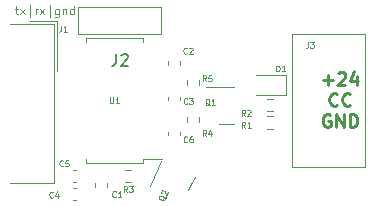
<source format=gbr>
%TF.GenerationSoftware,KiCad,Pcbnew,6.0.2+dfsg-1*%
%TF.CreationDate,2025-02-22T18:35:08+01:00*%
%TF.ProjectId,RS232-to-CCtalk-converter,52533233-322d-4746-9f2d-434374616c6b,rev?*%
%TF.SameCoordinates,Original*%
%TF.FileFunction,Legend,Top*%
%TF.FilePolarity,Positive*%
%FSLAX46Y46*%
G04 Gerber Fmt 4.6, Leading zero omitted, Abs format (unit mm)*
G04 Created by KiCad (PCBNEW 6.0.2+dfsg-1) date 2025-02-22 18:35:08*
%MOMM*%
%LPD*%
G01*
G04 APERTURE LIST*
%ADD10C,0.125000*%
%ADD11C,0.250000*%
%ADD12C,0.150000*%
%ADD13C,0.120000*%
G04 APERTURE END LIST*
D10*
X105066666Y-85950000D02*
X105333333Y-85950000D01*
X105166666Y-85716666D02*
X105166666Y-86316666D01*
X105200000Y-86383333D01*
X105266666Y-86416666D01*
X105333333Y-86416666D01*
X105500000Y-86416666D02*
X105866666Y-85950000D01*
X105500000Y-85950000D02*
X105866666Y-86416666D01*
X106300000Y-86650000D02*
X106300000Y-85650000D01*
X106800000Y-86416666D02*
X106800000Y-85950000D01*
X106800000Y-86083333D02*
X106833333Y-86016666D01*
X106866666Y-85983333D01*
X106933333Y-85950000D01*
X107000000Y-85950000D01*
X107166666Y-86416666D02*
X107533333Y-85950000D01*
X107166666Y-85950000D02*
X107533333Y-86416666D01*
X107966666Y-86650000D02*
X107966666Y-85650000D01*
X108766666Y-85950000D02*
X108766666Y-86516666D01*
X108733333Y-86583333D01*
X108700000Y-86616666D01*
X108633333Y-86650000D01*
X108533333Y-86650000D01*
X108466666Y-86616666D01*
X108766666Y-86383333D02*
X108700000Y-86416666D01*
X108566666Y-86416666D01*
X108500000Y-86383333D01*
X108466666Y-86350000D01*
X108433333Y-86283333D01*
X108433333Y-86083333D01*
X108466666Y-86016666D01*
X108500000Y-85983333D01*
X108566666Y-85950000D01*
X108700000Y-85950000D01*
X108766666Y-85983333D01*
X109100000Y-85950000D02*
X109100000Y-86416666D01*
X109100000Y-86016666D02*
X109133333Y-85983333D01*
X109200000Y-85950000D01*
X109300000Y-85950000D01*
X109366666Y-85983333D01*
X109400000Y-86050000D01*
X109400000Y-86416666D01*
X110033333Y-86416666D02*
X110033333Y-85716666D01*
X110033333Y-86383333D02*
X109966666Y-86416666D01*
X109833333Y-86416666D01*
X109766666Y-86383333D01*
X109733333Y-86350000D01*
X109700000Y-86283333D01*
X109700000Y-86083333D01*
X109733333Y-86016666D01*
X109766666Y-85983333D01*
X109833333Y-85950000D01*
X109966666Y-85950000D01*
X110033333Y-85983333D01*
D11*
X131083333Y-91982571D02*
X131921428Y-91982571D01*
X131502380Y-92401619D02*
X131502380Y-91563523D01*
X132392857Y-91406380D02*
X132445238Y-91354000D01*
X132550000Y-91301619D01*
X132811904Y-91301619D01*
X132916666Y-91354000D01*
X132969047Y-91406380D01*
X133021428Y-91511142D01*
X133021428Y-91615904D01*
X132969047Y-91773047D01*
X132340476Y-92401619D01*
X133021428Y-92401619D01*
X133964285Y-91668285D02*
X133964285Y-92401619D01*
X133702380Y-91249238D02*
X133440476Y-92034952D01*
X134121428Y-92034952D01*
X132340476Y-94067857D02*
X132288095Y-94120238D01*
X132130952Y-94172619D01*
X132026190Y-94172619D01*
X131869047Y-94120238D01*
X131764285Y-94015476D01*
X131711904Y-93910714D01*
X131659523Y-93701190D01*
X131659523Y-93544047D01*
X131711904Y-93334523D01*
X131764285Y-93229761D01*
X131869047Y-93125000D01*
X132026190Y-93072619D01*
X132130952Y-93072619D01*
X132288095Y-93125000D01*
X132340476Y-93177380D01*
X133440476Y-94067857D02*
X133388095Y-94120238D01*
X133230952Y-94172619D01*
X133126190Y-94172619D01*
X132969047Y-94120238D01*
X132864285Y-94015476D01*
X132811904Y-93910714D01*
X132759523Y-93701190D01*
X132759523Y-93544047D01*
X132811904Y-93334523D01*
X132864285Y-93229761D01*
X132969047Y-93125000D01*
X133126190Y-93072619D01*
X133230952Y-93072619D01*
X133388095Y-93125000D01*
X133440476Y-93177380D01*
X131711904Y-94896000D02*
X131607142Y-94843619D01*
X131450000Y-94843619D01*
X131292857Y-94896000D01*
X131188095Y-95000761D01*
X131135714Y-95105523D01*
X131083333Y-95315047D01*
X131083333Y-95472190D01*
X131135714Y-95681714D01*
X131188095Y-95786476D01*
X131292857Y-95891238D01*
X131450000Y-95943619D01*
X131554761Y-95943619D01*
X131711904Y-95891238D01*
X131764285Y-95838857D01*
X131764285Y-95472190D01*
X131554761Y-95472190D01*
X132235714Y-95943619D02*
X132235714Y-94843619D01*
X132864285Y-95943619D01*
X132864285Y-94843619D01*
X133388095Y-95943619D02*
X133388095Y-94843619D01*
X133650000Y-94843619D01*
X133807142Y-94896000D01*
X133911904Y-95000761D01*
X133964285Y-95105523D01*
X134016666Y-95315047D01*
X134016666Y-95472190D01*
X133964285Y-95681714D01*
X133911904Y-95786476D01*
X133807142Y-95891238D01*
X133650000Y-95943619D01*
X133388095Y-95943619D01*
D10*
%TO.C,C4*%
X108266666Y-101877371D02*
X108242857Y-101901180D01*
X108171428Y-101924990D01*
X108123809Y-101924990D01*
X108052380Y-101901180D01*
X108004761Y-101853561D01*
X107980952Y-101805942D01*
X107957142Y-101710704D01*
X107957142Y-101639276D01*
X107980952Y-101544038D01*
X108004761Y-101496419D01*
X108052380Y-101448800D01*
X108123809Y-101424990D01*
X108171428Y-101424990D01*
X108242857Y-101448800D01*
X108266666Y-101472609D01*
X108695238Y-101591657D02*
X108695238Y-101924990D01*
X108576190Y-101401180D02*
X108457142Y-101758323D01*
X108766666Y-101758323D01*
D12*
%TO.C,J2*%
X113591666Y-89777380D02*
X113591666Y-90491666D01*
X113544047Y-90634523D01*
X113448809Y-90729761D01*
X113305952Y-90777380D01*
X113210714Y-90777380D01*
X114020238Y-89872619D02*
X114067857Y-89825000D01*
X114163095Y-89777380D01*
X114401190Y-89777380D01*
X114496428Y-89825000D01*
X114544047Y-89872619D01*
X114591666Y-89967857D01*
X114591666Y-90063095D01*
X114544047Y-90205952D01*
X113972619Y-90777380D01*
X114591666Y-90777380D01*
D10*
%TO.C,R2*%
X124522266Y-95001190D02*
X124355600Y-94763095D01*
X124236552Y-95001190D02*
X124236552Y-94501190D01*
X124427028Y-94501190D01*
X124474647Y-94525000D01*
X124498457Y-94548809D01*
X124522266Y-94596428D01*
X124522266Y-94667857D01*
X124498457Y-94715476D01*
X124474647Y-94739285D01*
X124427028Y-94763095D01*
X124236552Y-94763095D01*
X124712742Y-94548809D02*
X124736552Y-94525000D01*
X124784171Y-94501190D01*
X124903219Y-94501190D01*
X124950838Y-94525000D01*
X124974647Y-94548809D01*
X124998457Y-94596428D01*
X124998457Y-94644047D01*
X124974647Y-94715476D01*
X124688933Y-95001190D01*
X124998457Y-95001190D01*
%TO.C,C2*%
X119600266Y-89703571D02*
X119576457Y-89727380D01*
X119505028Y-89751190D01*
X119457409Y-89751190D01*
X119385980Y-89727380D01*
X119338361Y-89679761D01*
X119314552Y-89632142D01*
X119290742Y-89536904D01*
X119290742Y-89465476D01*
X119314552Y-89370238D01*
X119338361Y-89322619D01*
X119385980Y-89275000D01*
X119457409Y-89251190D01*
X119505028Y-89251190D01*
X119576457Y-89275000D01*
X119600266Y-89298809D01*
X119790742Y-89298809D02*
X119814552Y-89275000D01*
X119862171Y-89251190D01*
X119981219Y-89251190D01*
X120028838Y-89275000D01*
X120052647Y-89298809D01*
X120076457Y-89346428D01*
X120076457Y-89394047D01*
X120052647Y-89465476D01*
X119766933Y-89751190D01*
X120076457Y-89751190D01*
%TO.C,R4*%
X121216666Y-96701190D02*
X121050000Y-96463095D01*
X120930952Y-96701190D02*
X120930952Y-96201190D01*
X121121428Y-96201190D01*
X121169047Y-96225000D01*
X121192857Y-96248809D01*
X121216666Y-96296428D01*
X121216666Y-96367857D01*
X121192857Y-96415476D01*
X121169047Y-96439285D01*
X121121428Y-96463095D01*
X120930952Y-96463095D01*
X121645238Y-96367857D02*
X121645238Y-96701190D01*
X121526190Y-96177380D02*
X121407142Y-96534523D01*
X121716666Y-96534523D01*
%TO.C,R1*%
X124541666Y-96001190D02*
X124375000Y-95763095D01*
X124255952Y-96001190D02*
X124255952Y-95501190D01*
X124446428Y-95501190D01*
X124494047Y-95525000D01*
X124517857Y-95548809D01*
X124541666Y-95596428D01*
X124541666Y-95667857D01*
X124517857Y-95715476D01*
X124494047Y-95739285D01*
X124446428Y-95763095D01*
X124255952Y-95763095D01*
X125017857Y-96001190D02*
X124732142Y-96001190D01*
X124875000Y-96001190D02*
X124875000Y-95501190D01*
X124827380Y-95572619D01*
X124779761Y-95620238D01*
X124732142Y-95644047D01*
%TO.C,Q1*%
X121527380Y-94123809D02*
X121479761Y-94100000D01*
X121432142Y-94052380D01*
X121360714Y-93980952D01*
X121313095Y-93957142D01*
X121265476Y-93957142D01*
X121289285Y-94076190D02*
X121241666Y-94052380D01*
X121194047Y-94004761D01*
X121170238Y-93909523D01*
X121170238Y-93742857D01*
X121194047Y-93647619D01*
X121241666Y-93600000D01*
X121289285Y-93576190D01*
X121384523Y-93576190D01*
X121432142Y-93600000D01*
X121479761Y-93647619D01*
X121503571Y-93742857D01*
X121503571Y-93909523D01*
X121479761Y-94004761D01*
X121432142Y-94052380D01*
X121384523Y-94076190D01*
X121289285Y-94076190D01*
X121979761Y-94076190D02*
X121694047Y-94076190D01*
X121836904Y-94076190D02*
X121836904Y-93576190D01*
X121789285Y-93647619D01*
X121741666Y-93695238D01*
X121694047Y-93719047D01*
%TO.C,R5*%
X121216666Y-92076190D02*
X121050000Y-91838095D01*
X120930952Y-92076190D02*
X120930952Y-91576190D01*
X121121428Y-91576190D01*
X121169047Y-91600000D01*
X121192857Y-91623809D01*
X121216666Y-91671428D01*
X121216666Y-91742857D01*
X121192857Y-91790476D01*
X121169047Y-91814285D01*
X121121428Y-91838095D01*
X120930952Y-91838095D01*
X121669047Y-91576190D02*
X121430952Y-91576190D01*
X121407142Y-91814285D01*
X121430952Y-91790476D01*
X121478571Y-91766666D01*
X121597619Y-91766666D01*
X121645238Y-91790476D01*
X121669047Y-91814285D01*
X121692857Y-91861904D01*
X121692857Y-91980952D01*
X121669047Y-92028571D01*
X121645238Y-92052380D01*
X121597619Y-92076190D01*
X121478571Y-92076190D01*
X121430952Y-92052380D01*
X121407142Y-92028571D01*
%TO.C,C3*%
X119616666Y-93953571D02*
X119592857Y-93977380D01*
X119521428Y-94001190D01*
X119473809Y-94001190D01*
X119402380Y-93977380D01*
X119354761Y-93929761D01*
X119330952Y-93882142D01*
X119307142Y-93786904D01*
X119307142Y-93715476D01*
X119330952Y-93620238D01*
X119354761Y-93572619D01*
X119402380Y-93525000D01*
X119473809Y-93501190D01*
X119521428Y-93501190D01*
X119592857Y-93525000D01*
X119616666Y-93548809D01*
X119783333Y-93501190D02*
X120092857Y-93501190D01*
X119926190Y-93691666D01*
X119997619Y-93691666D01*
X120045238Y-93715476D01*
X120069047Y-93739285D01*
X120092857Y-93786904D01*
X120092857Y-93905952D01*
X120069047Y-93953571D01*
X120045238Y-93977380D01*
X119997619Y-94001190D01*
X119854761Y-94001190D01*
X119807142Y-93977380D01*
X119783333Y-93953571D01*
%TO.C,D1*%
X127162752Y-91245190D02*
X127162752Y-90745190D01*
X127281800Y-90745190D01*
X127353228Y-90769000D01*
X127400847Y-90816619D01*
X127424657Y-90864238D01*
X127448466Y-90959476D01*
X127448466Y-91030904D01*
X127424657Y-91126142D01*
X127400847Y-91173761D01*
X127353228Y-91221380D01*
X127281800Y-91245190D01*
X127162752Y-91245190D01*
X127924657Y-91245190D02*
X127638942Y-91245190D01*
X127781800Y-91245190D02*
X127781800Y-90745190D01*
X127734180Y-90816619D01*
X127686561Y-90864238D01*
X127638942Y-90888047D01*
%TO.C,J1*%
X108933333Y-87376190D02*
X108933333Y-87733333D01*
X108909523Y-87804761D01*
X108861904Y-87852380D01*
X108790476Y-87876190D01*
X108742857Y-87876190D01*
X109433333Y-87876190D02*
X109147619Y-87876190D01*
X109290476Y-87876190D02*
X109290476Y-87376190D01*
X109242857Y-87447619D01*
X109195238Y-87495238D01*
X109147619Y-87519047D01*
%TO.C,R3*%
X114525666Y-101451190D02*
X114359000Y-101213095D01*
X114239952Y-101451190D02*
X114239952Y-100951190D01*
X114430428Y-100951190D01*
X114478047Y-100975000D01*
X114501857Y-100998809D01*
X114525666Y-101046428D01*
X114525666Y-101117857D01*
X114501857Y-101165476D01*
X114478047Y-101189285D01*
X114430428Y-101213095D01*
X114239952Y-101213095D01*
X114692333Y-100951190D02*
X115001857Y-100951190D01*
X114835190Y-101141666D01*
X114906619Y-101141666D01*
X114954238Y-101165476D01*
X114978047Y-101189285D01*
X115001857Y-101236904D01*
X115001857Y-101355952D01*
X114978047Y-101403571D01*
X114954238Y-101427380D01*
X114906619Y-101451190D01*
X114763761Y-101451190D01*
X114716142Y-101427380D01*
X114692333Y-101403571D01*
%TO.C,J3*%
X129841333Y-88751190D02*
X129841333Y-89108333D01*
X129817523Y-89179761D01*
X129769904Y-89227380D01*
X129698476Y-89251190D01*
X129650857Y-89251190D01*
X130031809Y-88751190D02*
X130341333Y-88751190D01*
X130174666Y-88941666D01*
X130246095Y-88941666D01*
X130293714Y-88965476D01*
X130317523Y-88989285D01*
X130341333Y-89036904D01*
X130341333Y-89155952D01*
X130317523Y-89203571D01*
X130293714Y-89227380D01*
X130246095Y-89251190D01*
X130103238Y-89251190D01*
X130055619Y-89227380D01*
X130031809Y-89203571D01*
%TO.C,C6*%
X119616666Y-97203571D02*
X119592857Y-97227380D01*
X119521428Y-97251190D01*
X119473809Y-97251190D01*
X119402380Y-97227380D01*
X119354761Y-97179761D01*
X119330952Y-97132142D01*
X119307142Y-97036904D01*
X119307142Y-96965476D01*
X119330952Y-96870238D01*
X119354761Y-96822619D01*
X119402380Y-96775000D01*
X119473809Y-96751190D01*
X119521428Y-96751190D01*
X119592857Y-96775000D01*
X119616666Y-96798809D01*
X120045238Y-96751190D02*
X119950000Y-96751190D01*
X119902380Y-96775000D01*
X119878571Y-96798809D01*
X119830952Y-96870238D01*
X119807142Y-96965476D01*
X119807142Y-97155952D01*
X119830952Y-97203571D01*
X119854761Y-97227380D01*
X119902380Y-97251190D01*
X119997619Y-97251190D01*
X120045238Y-97227380D01*
X120069047Y-97203571D01*
X120092857Y-97155952D01*
X120092857Y-97036904D01*
X120069047Y-96989285D01*
X120045238Y-96965476D01*
X119997619Y-96941666D01*
X119902380Y-96941666D01*
X119854761Y-96965476D01*
X119830952Y-96989285D01*
X119807142Y-97036904D01*
%TO.C,C5*%
X109116666Y-99226371D02*
X109092857Y-99250180D01*
X109021428Y-99273990D01*
X108973809Y-99273990D01*
X108902380Y-99250180D01*
X108854761Y-99202561D01*
X108830952Y-99154942D01*
X108807142Y-99059704D01*
X108807142Y-98988276D01*
X108830952Y-98893038D01*
X108854761Y-98845419D01*
X108902380Y-98797800D01*
X108973809Y-98773990D01*
X109021428Y-98773990D01*
X109092857Y-98797800D01*
X109116666Y-98821609D01*
X109569047Y-98773990D02*
X109330952Y-98773990D01*
X109307142Y-99012085D01*
X109330952Y-98988276D01*
X109378571Y-98964466D01*
X109497619Y-98964466D01*
X109545238Y-98988276D01*
X109569047Y-99012085D01*
X109592857Y-99059704D01*
X109592857Y-99178752D01*
X109569047Y-99226371D01*
X109545238Y-99250180D01*
X109497619Y-99273990D01*
X109378571Y-99273990D01*
X109330952Y-99250180D01*
X109307142Y-99226371D01*
%TO.C,C1*%
X113575666Y-101838571D02*
X113551857Y-101862380D01*
X113480428Y-101886190D01*
X113432809Y-101886190D01*
X113361380Y-101862380D01*
X113313761Y-101814761D01*
X113289952Y-101767142D01*
X113266142Y-101671904D01*
X113266142Y-101600476D01*
X113289952Y-101505238D01*
X113313761Y-101457619D01*
X113361380Y-101410000D01*
X113432809Y-101386190D01*
X113480428Y-101386190D01*
X113551857Y-101410000D01*
X113575666Y-101433809D01*
X114051857Y-101886190D02*
X113766142Y-101886190D01*
X113909000Y-101886190D02*
X113909000Y-101386190D01*
X113861380Y-101457619D01*
X113813761Y-101505238D01*
X113766142Y-101529047D01*
%TO.C,Q2*%
X117828031Y-101908874D02*
X117786327Y-101941969D01*
X117723045Y-101965002D01*
X117628122Y-101999551D01*
X117586418Y-102032646D01*
X117566293Y-102075804D01*
X117684250Y-102104537D02*
X117642546Y-102137632D01*
X117579264Y-102160665D01*
X117482887Y-102141994D01*
X117331835Y-102071558D01*
X117255583Y-102009730D01*
X117232550Y-101946448D01*
X117231096Y-101893228D01*
X117271345Y-101806913D01*
X117313049Y-101773817D01*
X117376331Y-101750785D01*
X117472708Y-101769455D01*
X117623759Y-101839892D01*
X117700012Y-101901720D01*
X117723045Y-101965002D01*
X117724499Y-102018222D01*
X117684250Y-102104537D01*
X117445313Y-101546513D02*
X117433797Y-101514872D01*
X117432343Y-101461653D01*
X117482654Y-101353759D01*
X117524358Y-101320664D01*
X117555999Y-101309147D01*
X117609219Y-101307693D01*
X117652376Y-101327818D01*
X117707050Y-101379584D01*
X117845247Y-101759277D01*
X117976057Y-101478753D01*
%TO.C,U1*%
X113069047Y-93426190D02*
X113069047Y-93830952D01*
X113092857Y-93878571D01*
X113116666Y-93902380D01*
X113164285Y-93926190D01*
X113259523Y-93926190D01*
X113307142Y-93902380D01*
X113330952Y-93878571D01*
X113354761Y-93830952D01*
X113354761Y-93426190D01*
X113854761Y-93926190D02*
X113569047Y-93926190D01*
X113711904Y-93926190D02*
X113711904Y-93426190D01*
X113664285Y-93497619D01*
X113616666Y-93545238D01*
X113569047Y-93569047D01*
D13*
%TO.C,C4*%
X110240580Y-102135000D02*
X109959420Y-102135000D01*
X110240580Y-101115000D02*
X109959420Y-101115000D01*
%TO.C,J2*%
X117441000Y-88093400D02*
X110379800Y-88093400D01*
X110379800Y-88093400D02*
X110379800Y-85756600D01*
X110379800Y-85756600D02*
X117441000Y-85756600D01*
X117441000Y-85756600D02*
X117441000Y-88093400D01*
%TO.C,R2*%
X126387742Y-93552500D02*
X126862258Y-93552500D01*
X126387742Y-94597500D02*
X126862258Y-94597500D01*
%TO.C,C2*%
X119010000Y-90665580D02*
X119010000Y-90384420D01*
X117990000Y-90665580D02*
X117990000Y-90384420D01*
%TO.C,R4*%
X120622500Y-95562258D02*
X120622500Y-95087742D01*
X119577500Y-95562258D02*
X119577500Y-95087742D01*
%TO.C,R1*%
X126387742Y-95052500D02*
X126862258Y-95052500D01*
X126387742Y-96097500D02*
X126862258Y-96097500D01*
%TO.C,Q1*%
X122925000Y-92540000D02*
X123575000Y-92540000D01*
X122925000Y-95660000D02*
X123575000Y-95660000D01*
X122925000Y-92540000D02*
X121250000Y-92540000D01*
X122925000Y-95660000D02*
X122275000Y-95660000D01*
%TO.C,R5*%
X120622500Y-91962742D02*
X120622500Y-92437258D01*
X119577500Y-91962742D02*
X119577500Y-92437258D01*
%TO.C,C3*%
X119010000Y-93665580D02*
X119010000Y-93384420D01*
X117990000Y-93665580D02*
X117990000Y-93384420D01*
%TO.C,D1*%
X128000000Y-93225000D02*
X125450000Y-93225000D01*
X128000000Y-93225000D02*
X128000000Y-91525000D01*
X128000000Y-91525000D02*
X125450000Y-91525000D01*
%TO.C,J1*%
X108325000Y-87226667D02*
X104585000Y-87226667D01*
X106325000Y-86986667D02*
X108565000Y-86986667D01*
X108565000Y-86986667D02*
X108565000Y-91180000D01*
X108325000Y-100673333D02*
X108325000Y-87226667D01*
X104585000Y-100673333D02*
X108325000Y-100673333D01*
%TO.C,R3*%
X114387742Y-99602500D02*
X114862258Y-99602500D01*
X114387742Y-100647500D02*
X114862258Y-100647500D01*
%TO.C,J3*%
X128505000Y-99364800D02*
X134651800Y-99364800D01*
X134651800Y-99364800D02*
X134651800Y-88036400D01*
X134651800Y-88036400D02*
X128505000Y-88036400D01*
X128505000Y-88036400D02*
X128505000Y-99364800D01*
%TO.C,C6*%
X119010000Y-96665580D02*
X119010000Y-96384420D01*
X117990000Y-96665580D02*
X117990000Y-96384420D01*
%TO.C,C5*%
X110240580Y-100635000D02*
X109959420Y-100635000D01*
X110240580Y-99615000D02*
X109959420Y-99615000D01*
%TO.C,C1*%
X111840000Y-101015580D02*
X111840000Y-100734420D01*
X112860000Y-101015580D02*
X112860000Y-100734420D01*
%TO.C,Q2*%
X119981040Y-100735284D02*
X120255742Y-100146184D01*
X117153360Y-99416716D02*
X116445474Y-100934781D01*
X119981040Y-100735284D02*
X119706338Y-101324385D01*
X117153360Y-99416716D02*
X117428062Y-98827615D01*
%TO.C,U1*%
X111065000Y-98960000D02*
X111065000Y-98680000D01*
X113450000Y-98960000D02*
X115835000Y-98960000D01*
X113450000Y-88440000D02*
X111065000Y-88440000D01*
X113450000Y-88440000D02*
X115835000Y-88440000D01*
X115835000Y-98680000D02*
X117500000Y-98680000D01*
X115835000Y-88440000D02*
X115835000Y-88720000D01*
X115835000Y-98960000D02*
X115835000Y-98680000D01*
X113450000Y-98960000D02*
X111065000Y-98960000D01*
X111065000Y-88440000D02*
X111065000Y-88720000D01*
%TD*%
M02*

</source>
